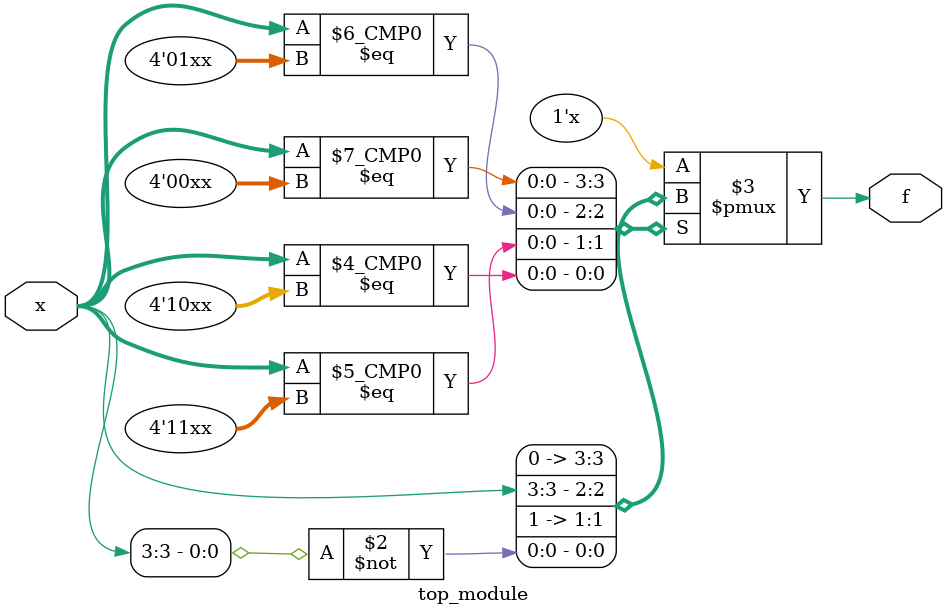
<source format=sv>
module top_module (
    input [4:1] x,
    output logic f
);

always_comb begin
    case (x)
        4'b00xx: f = 0;
        4'b01xx: f = x[3];
        4'b11xx: f = 1;
        4'b10xx: f = ~x[3];
        default: f = 0;
    endcase
end

endmodule

</source>
